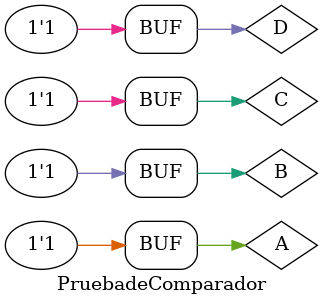
<source format=v>
`timescale 1ns / 1ps


module PruebadeComparador;

	// Inputs
	reg A;
	reg B;
	reg C;
	reg D;

	// Outputs
	wire F1;
	wire F2;
	wire F3;

	// Instantiate the Unit Under Test (UUT)
	Comparador uut (
		.A(A), 
		.B(B), 
		.C(C), 
		.D(D), 
		.F1(F1), 
		.F2(F2), 
		.F3(F3)
	);

	initial begin
		// Initialize Inputs
		A = 0;
		B = 0;
		C = 0;
		D = 0;

		// Wait 100 ns for global reset to finish
		#100;
        
		// Add stimulus here
		
		A = 0;
		B = 0;
		C = 0;
		D = 1;		
		 #100;

		A = 0;
		B = 0;
		C = 1;
		D = 0;		
		 #100;

		A = 0;
		B = 0;
		C = 1;
		D = 1;		
		 #100;

		A = 0;
		B = 1;
		C = 0;
		D = 0;		
		 #100;		 

		A = 0;
		B = 1;
		C = 0;
		D = 1;		
		 #100;

		A = 0;
		B = 1;
		C = 1;
		D = 0;		
		 #100;

		A = 0;
		B = 1;
		C = 1;
		D = 1;		
		 #100;

		A = 1;
		B = 0;
		C = 0;
		D = 0;		
		 #100;
		 
		A = 1;
		B = 0;
		C = 0;
		D = 1;		
		 #100;

		A = 1;
		B = 0;
		C = 1;
		D = 0;		
		 #100;

		A = 1;
		B = 0;
		C = 1;
		D = 1;		
		 #100;

		A = 1;
		B = 1;
		C = 0;
		D = 0;		
		 #100;		 

		A = 1;
		B = 1;
		C = 0;
		D = 1;		
		 #100;

		A = 1;
		B = 1;
		C = 1;
		D = 0;		
		 #100;

		A = 1;
		B = 1;
		C = 1;
		D = 1;		
		 #100;
		 
	end
      
endmodule


</source>
